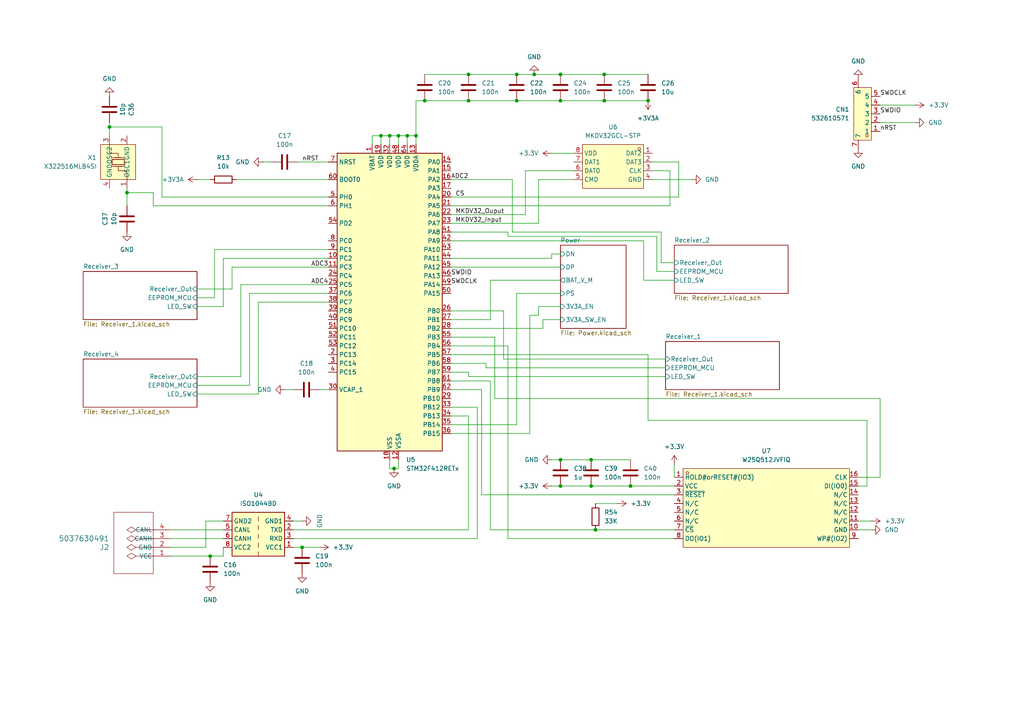
<source format=kicad_sch>
(kicad_sch (version 20231120) (generator "eeschema") (generator_version "8.0")
  (paper "A4")
  (lib_symbols
    (symbol "Device:C" (pin_numbers hide) (pin_names (offset 0.254))
      (property "Reference" "C" (at 0.635 2.54 0))
      (property "Value" "C" (at 0.635 -2.54 0))
      (symbol "C_0_1"
        (polyline (pts (xy -2.032 -0.762) (xy 2.032 -0.762)) (stroke (width 0.508)))
        (polyline (pts (xy -2.032 0.762) (xy 2.032 0.762)) (stroke (width 0.508)))
      )
      (symbol "C_1_1"
        (pin passive line (at 0 3.81 270) (length 2.794) (name "~") (number "1"))
        (pin passive line (at 0 -3.81 90) (length 2.794) (name "~") (number "2"))
      )
    )
    (symbol "Device:R" (pin_numbers hide) (pin_names (offset 0))
      (property "Reference" "R" (at 2.032 0 90))
      (property "Value" "R" (at 0 0 90))
      (symbol "R_0_1"
        (rectangle (start -1.016 -2.54) (end 1.016 2.54) (stroke (width 0.254)))
      )
      (symbol "R_1_1"
        (pin passive line (at 0 3.81 270) (length 1.27) (name "~") (number "1"))
        (pin passive line (at 0 -3.81 90) (length 1.27) (name "~") (number "2"))
      )
    )
    (symbol "Interface_CAN_LIN:ISO1044BD"
      (property "Reference" "U" (at -6.35 6.35 0))
      (property "Value" "ISO1044BD" (at 2.54 6.35 0))
      (symbol "ISO1044BD_0_1"
        (rectangle (start -7.62 5.08) (end 7.62 -7.62) (stroke (width 0.254)) (fill (type background)))
        (polyline (pts (xy 0 -5.08) (xy 0 -6.35)))
        (polyline (pts (xy 0 -2.54) (xy 0 -3.81)))
        (polyline (pts (xy 0 0) (xy 0 -1.27)))
        (polyline (pts (xy 0 2.54) (xy 0 1.27)))
        (polyline (pts (xy 0 5.08) (xy 0 3.81)))
      )
      (symbol "ISO1044BD_1_1"
        (pin power_in line (at -10.16 2.54 0) (length 2.54) (name "VCC1") (number "1"))
        (pin input line (at -10.16 -2.54 0) (length 2.54) (name "TXD") (number "2"))
        (pin output line (at -10.16 0 0) (length 2.54) (name "RXD") (number "3"))
        (pin power_in line (at -10.16 -5.08 0) (length 2.54) (name "GND1") (number "4"))
        (pin bidirectional line (at 10.16 -2.54 180) (length 2.54) (name "CANL") (number "5"))
        (pin bidirectional line (at 10.16 0 180) (length 2.54) (name "CANH") (number "6"))
        (pin power_in line (at 10.16 -5.08 180) (length 2.54) (name "GND2") (number "7"))
        (pin power_in line (at 10.16 2.54 180) (length 2.54) (name "VCC2") (number "8"))
      )
    )
    (symbol "MCU_ST_STM32F4:STM32F412RETx"
      (property "Reference" "U" (at -15.24 44.45 0))
      (property "Value" "STM32F412RETx" (at 10.16 44.45 0))
      (symbol "STM32F412RETx_0_1"
        (rectangle (start -15.24 -43.18) (end 15.24 43.18) (stroke (width 0.254)) (fill (type background)))
      )
      (symbol "STM32F412RETx_1_1"
        (pin power_in line (at -5.08 45.72 270) (length 2.54) (name "VBAT") (number "1"))
        (pin bidirectional line (at -17.78 12.7 0) (length 2.54) (name "PC2") (number "10"))
        (pin bidirectional line (at -17.78 10.16 0) (length 2.54) (name "PC3") (number "11"))
        (pin power_in line (at 2.54 -45.72 90) (length 2.54) (name "VSSA") (number "12"))
        (pin power_in line (at 7.62 45.72 270) (length 2.54) (name "VDDA") (number "13"))
        (pin bidirectional line (at 17.78 40.64 180) (length 2.54) (name "PA0") (number "14"))
        (pin bidirectional line (at 17.78 38.1 180) (length 2.54) (name "PA1") (number "15"))
        (pin bidirectional line (at 17.78 35.56 180) (length 2.54) (name "PA2") (number "16"))
        (pin bidirectional line (at 17.78 33.02 180) (length 2.54) (name "PA3") (number "17"))
        (pin power_in line (at 0 -45.72 90) (length 2.54) (name "VSS") (number "18"))
        (pin power_in line (at -2.54 45.72 270) (length 2.54) (name "VDD") (number "19"))
        (pin bidirectional line (at -17.78 -15.24 0) (length 2.54) (name "PC13") (number "2"))
        (pin bidirectional line (at 17.78 30.48 180) (length 2.54) (name "PA4") (number "20"))
        (pin bidirectional line (at 17.78 27.94 180) (length 2.54) (name "PA5") (number "21"))
        (pin bidirectional line (at 17.78 25.4 180) (length 2.54) (name "PA6") (number "22"))
        (pin bidirectional line (at 17.78 22.86 180) (length 2.54) (name "PA7") (number "23"))
        (pin bidirectional line (at -17.78 7.62 0) (length 2.54) (name "PC4") (number "24"))
        (pin bidirectional line (at -17.78 5.08 0) (length 2.54) (name "PC5") (number "25"))
        (pin bidirectional line (at 17.78 -2.54 180) (length 2.54) (name "PB0") (number "26"))
        (pin bidirectional line (at 17.78 -5.08 180) (length 2.54) (name "PB1") (number "27"))
        (pin bidirectional line (at 17.78 -7.62 180) (length 2.54) (name "PB2") (number "28"))
        (pin bidirectional line (at 17.78 -27.94 180) (length 2.54) (name "PB10") (number "29"))
        (pin bidirectional line (at -17.78 -17.78 0) (length 2.54) (name "PC14") (number "3"))
        (pin power_out line (at -17.78 -25.4 0) (length 2.54) (name "VCAP_1") (number "30"))
        (pin passive line (at 0 -45.72 90) (length 2.54) hide (name "VSS") (number "31"))
        (pin power_in line (at 0 45.72 270) (length 2.54) (name "VDD") (number "32"))
        (pin bidirectional line (at 17.78 -30.48 180) (length 2.54) (name "PB12") (number "33"))
        (pin bidirectional line (at 17.78 -33.02 180) (length 2.54) (name "PB13") (number "34"))
        (pin bidirectional line (at 17.78 -35.56 180) (length 2.54) (name "PB14") (number "35"))
        (pin bidirectional line (at 17.78 -38.1 180) (length 2.54) (name "PB15") (number "36"))
        (pin bidirectional line (at -17.78 2.54 0) (length 2.54) (name "PC6") (number "37"))
        (pin bidirectional line (at -17.78 0 0) (length 2.54) (name "PC7") (number "38"))
        (pin bidirectional line (at -17.78 -2.54 0) (length 2.54) (name "PC8") (number "39"))
        (pin bidirectional line (at -17.78 -20.32 0) (length 2.54) (name "PC15") (number "4"))
        (pin bidirectional line (at -17.78 -5.08 0) (length 2.54) (name "PC9") (number "40"))
        (pin bidirectional line (at 17.78 20.32 180) (length 2.54) (name "PA8") (number "41"))
        (pin bidirectional line (at 17.78 17.78 180) (length 2.54) (name "PA9") (number "42"))
        (pin bidirectional line (at 17.78 15.24 180) (length 2.54) (name "PA10") (number "43"))
        (pin bidirectional line (at 17.78 12.7 180) (length 2.54) (name "PA11") (number "44"))
        (pin bidirectional line (at 17.78 10.16 180) (length 2.54) (name "PA12") (number "45"))
        (pin bidirectional line (at 17.78 7.62 180) (length 2.54) (name "PA13") (number "46"))
        (pin passive line (at 0 -45.72 90) (length 2.54) hide (name "VSS") (number "47"))
        (pin power_in line (at 2.54 45.72 270) (length 2.54) (name "VDD") (number "48"))
        (pin bidirectional line (at 17.78 5.08 180) (length 2.54) (name "PA14") (number "49"))
        (pin bidirectional line (at -17.78 30.48 0) (length 2.54) (name "PH0") (number "5"))
        (pin bidirectional line (at 17.78 2.54 180) (length 2.54) (name "PA15") (number "50"))
        (pin bidirectional line (at -17.78 -7.62 0) (length 2.54) (name "PC10") (number "51"))
        (pin bidirectional line (at -17.78 -10.16 0) (length 2.54) (name "PC11") (number "52"))
        (pin bidirectional line (at -17.78 -12.7 0) (length 2.54) (name "PC12") (number "53"))
        (pin bidirectional line (at -17.78 22.86 0) (length 2.54) (name "PD2") (number "54"))
        (pin bidirectional line (at 17.78 -10.16 180) (length 2.54) (name "PB3") (number "55"))
        (pin bidirectional line (at 17.78 -12.7 180) (length 2.54) (name "PB4") (number "56"))
        (pin bidirectional line (at 17.78 -15.24 180) (length 2.54) (name "PB5") (number "57"))
        (pin bidirectional line (at 17.78 -17.78 180) (length 2.54) (name "PB6") (number "58"))
        (pin bidirectional line (at 17.78 -20.32 180) (length 2.54) (name "PB7") (number "59"))
        (pin bidirectional line (at -17.78 27.94 0) (length 2.54) (name "PH1") (number "6"))
        (pin input line (at -17.78 35.56 0) (length 2.54) (name "BOOT0") (number "60"))
        (pin bidirectional line (at 17.78 -22.86 180) (length 2.54) (name "PB8") (number "61"))
        (pin bidirectional line (at 17.78 -25.4 180) (length 2.54) (name "PB9") (number "62"))
        (pin passive line (at 0 -45.72 90) (length 2.54) hide (name "VSS") (number "63"))
        (pin power_in line (at 5.08 45.72 270) (length 2.54) (name "VDD") (number "64"))
        (pin input line (at -17.78 40.64 0) (length 2.54) (name "NRST") (number "7"))
        (pin bidirectional line (at -17.78 17.78 0) (length 2.54) (name "PC0") (number "8"))
        (pin bidirectional line (at -17.78 15.24 0) (length 2.54) (name "PC1") (number "9"))
      )
    )
    (symbol "Rocketry_Easyeda:532610571"
      (property "Reference" "CN" (at 0 15.24 0))
      (property "Value" "532610571" (at 0 -15.24 0))
      (symbol "532610571_0_1"
        (rectangle (start -1.27 7.62) (end 3.81 -7.62) (fill (type background)))
        (circle (center 0 6.35) (radius 0.38))
        (pin unspecified line (at -3.81 5.08 0) (length 2.54) (name "1") (number "1"))
        (pin unspecified line (at -3.81 2.54 0) (length 2.54) (name "2") (number "2"))
        (pin unspecified line (at -3.81 0 0) (length 2.54) (name "3") (number "3"))
        (pin unspecified line (at -3.81 -2.54 0) (length 2.54) (name "4") (number "4"))
        (pin unspecified line (at -3.81 -5.08 0) (length 2.54) (name "5") (number "5"))
        (pin unspecified line (at 2.54 -10.16 90) (length 2.54) (name "6") (number "6"))
        (pin unspecified line (at 2.54 10.16 270) (length 2.54) (name "7") (number "7"))
      )
    )
    (symbol "Rocketry_Easyeda:MKDV32GCL-STP"
      (property "Reference" "U" (at 0 8.89 0))
      (property "Value" "MKDV32GCL-STP" (at 0 -8.89 0))
      (symbol "MKDV32GCL-STP_0_1"
        (rectangle (start -8.89 6.35) (end 8.89 -6.35) (fill (type background)))
        (circle (center -7.62 5.08) (radius 0.38))
        (pin unspecified line (at -11.43 3.81 0) (length 2.54) (name "DAT2") (number "1"))
        (pin unspecified line (at -11.43 1.27 0) (length 2.54) (name "DAT3") (number "2"))
        (pin unspecified line (at -11.43 -1.27 0) (length 2.54) (name "CLK") (number "3"))
        (pin unspecified line (at -11.43 -3.81 0) (length 2.54) (name "GND") (number "4"))
        (pin unspecified line (at 11.43 -3.81 180) (length 2.54) (name "CMD") (number "5"))
        (pin unspecified line (at 11.43 -1.27 180) (length 2.54) (name "DAT0") (number "6"))
        (pin unspecified line (at 11.43 1.27 180) (length 2.54) (name "DAT1") (number "7"))
        (pin unspecified line (at 11.43 3.81 180) (length 2.54) (name "VDD") (number "8"))
      )
    )
    (symbol "Rocketry_Easyeda:W25Q512JVFIQ"
      (property "Reference" "U" (at 0 15.24 0))
      (property "Value" "W25Q512JVFIQ" (at 0 -12.7 0))
      (symbol "W25Q512JVFIQ_0_1"
        (rectangle (start -25.4 12.7) (end 22.86 -10.16) (fill (type background)))
        (circle (center -24.13 11.43) (radius 0.38))
        (pin unspecified line (at -27.94 10.16 0) (length 2.54) (name "HOLD#orRESET#(IO3)") (number "1"))
        (pin unspecified line (at 25.4 -5.08 180) (length 2.54) (name "GND") (number "10"))
        (pin unspecified line (at 25.4 -2.54 180) (length 2.54) (name "N/C") (number "11"))
        (pin unspecified line (at 25.4 0 180) (length 2.54) (name "N/C") (number "12"))
        (pin unspecified line (at 25.4 2.54 180) (length 2.54) (name "N/C") (number "13"))
        (pin unspecified line (at 25.4 5.08 180) (length 2.54) (name "N/C") (number "14"))
        (pin unspecified line (at 25.4 7.62 180) (length 2.54) (name "DI(IO0)") (number "15"))
        (pin unspecified line (at 25.4 10.16 180) (length 2.54) (name "CLK") (number "16"))
        (pin unspecified line (at -27.94 7.62 0) (length 2.54) (name "VCC") (number "2"))
        (pin unspecified line (at -27.94 5.08 0) (length 2.54) (name "~{RESET}") (number "3"))
        (pin unspecified line (at -27.94 2.54 0) (length 2.54) (name "N/C") (number "4"))
        (pin unspecified line (at -27.94 0 0) (length 2.54) (name "N/C") (number "5"))
        (pin unspecified line (at -27.94 -2.54 0) (length 2.54) (name "N/C") (number "6"))
        (pin unspecified line (at -27.94 -5.08 0) (length 2.54) (name "~{CS}") (number "7"))
        (pin unspecified line (at -27.94 -7.62 0) (length 2.54) (name "DO(IO1)") (number "8"))
        (pin unspecified line (at 25.4 -7.62 180) (length 2.54) (name "WP#(IO2)") (number "9"))
      )
    )
    (symbol "Rocketry_Easyeda:X322516MLB4SI"
      (property "Reference" "X" (at 0 7.62 0))
      (property "Value" "X322516MLB4SI" (at 0 -7.62 0))
      (symbol "X322516MLB4SI_0_1"
        (rectangle (start -5.08 5.08) (end 5.08 -5.08) (fill (type background)))
        (polyline (pts (xy -1.27 -1.78) (xy -1.27 1.78)))
        (polyline (pts (xy -1.27 -1.02) (xy -1.27 1.02)))
        (polyline (pts (xy 0.76 -1.78) (xy -0.76 -1.78)))
        (polyline (pts (xy 1.27 -1.78) (xy 1.27 1.78)))
        (polyline (pts (xy 1.27 -1.02) (xy 1.27 1.02)))
        (polyline (pts (xy -5.08 -2.54) (xy -2.54 -2.54) (xy -2.54 0) (xy -1.52 0)))
        (polyline (pts (xy -0.76 -1.78) (xy -0.76 1.78) (xy 0.76 1.78) (xy 0.76 -1.78)))
        (polyline (pts (xy 5.08 2.54) (xy 2.54 2.54) (xy 2.54 0) (xy 1.52 0)))
        (polyline (pts (xy 0.76 1.78) (xy 0.76 -1.78) (xy -0.76 -1.78) (xy -0.76 1.78) (xy 0.76 1.78)) (fill (type background)))
        (pin unspecified line (at -7.62 -2.54 0) (length 2.54) (name "OSC1") (number "1"))
        (pin unspecified line (at 7.62 -2.54 180) (length 2.54) (name "GND") (number "2"))
        (pin unspecified line (at 7.62 2.54 180) (length 2.54) (name "OSC2") (number "3"))
        (pin unspecified line (at -7.62 2.54 0) (length 2.54) (name "GND") (number "4"))
      )
    )
    (symbol "Rocketry_Manual:5037630491" (pin_names (offset 0.254))
      (property "Reference" "J" (at 8.89 6.35 0))
      (property "Value" "5037630491" (at -1.016 6.35 0))
      (symbol "5037630491_1_1"
        (polyline (pts (xy 5.08 -15.24) (xy 16.51 -15.24)) (stroke (width 0.127)))
        (polyline (pts (xy 5.08 2.54) (xy 5.08 -15.24)) (stroke (width 0.127)))
        (polyline (pts (xy 7.62 -10.16) (xy 5.08 -10.16)) (stroke (width 0.127)))
        (polyline (pts (xy 7.62 -7.62) (xy 5.08 -7.62)) (stroke (width 0.127)))
        (polyline (pts (xy 7.62 -5.08) (xy 5.08 -5.08)) (stroke (width 0.127)))
        (polyline (pts (xy 7.62 -2.54) (xy 5.08 -2.54)) (stroke (width 0.127)))
        (polyline (pts (xy 10.16 -10.16) (xy 5.08 -10.16)) (stroke (width 0.127)))
        (polyline (pts (xy 10.16 -10.16) (xy 11.43 -11.0067)) (stroke (width 0.127)))
        (polyline (pts (xy 10.16 -10.16) (xy 11.43 -9.3133)) (stroke (width 0.127)))
        (polyline (pts (xy 10.16 -7.62) (xy 5.08 -7.62)) (stroke (width 0.127)))
        (polyline (pts (xy 10.16 -7.62) (xy 11.43 -8.4667)) (stroke (width 0.127)))
        (polyline (pts (xy 10.16 -7.62) (xy 11.43 -6.7733)) (stroke (width 0.127)))
        (polyline (pts (xy 10.16 -5.08) (xy 5.08 -5.08)) (stroke (width 0.127)))
        (polyline (pts (xy 10.16 -5.08) (xy 11.43 -5.9267)) (stroke (width 0.127)))
        (polyline (pts (xy 10.16 -5.08) (xy 11.43 -4.2333)) (stroke (width 0.127)))
        (polyline (pts (xy 10.16 -2.54) (xy 5.08 -2.54)) (stroke (width 0.127)))
        (polyline (pts (xy 10.16 -2.54) (xy 11.43 -3.3867)) (stroke (width 0.127)))
        (polyline (pts (xy 10.16 -2.54) (xy 11.43 -1.6933)) (stroke (width 0.127)))
        (polyline (pts (xy 12.7 -10.16) (xy 11.43 -11.0067)) (stroke (width 0.127)))
        (polyline (pts (xy 12.7 -10.16) (xy 11.43 -9.3133)) (stroke (width 0.127)))
        (polyline (pts (xy 12.7 -7.62) (xy 11.43 -8.4667)) (stroke (width 0.127)))
        (polyline (pts (xy 12.7 -7.62) (xy 11.43 -6.7733)) (stroke (width 0.127)))
        (polyline (pts (xy 12.7 -5.08) (xy 11.43 -5.9267)) (stroke (width 0.127)))
        (polyline (pts (xy 12.7 -5.08) (xy 11.43 -4.2333)) (stroke (width 0.127)))
        (polyline (pts (xy 12.7 -2.54) (xy 11.43 -3.3867)) (stroke (width 0.127)))
        (polyline (pts (xy 12.7 -2.54) (xy 11.43 -1.6933)) (stroke (width 0.127)))
        (polyline (pts (xy 16.51 -15.24) (xy 16.51 2.54)) (stroke (width 0.127)))
        (polyline (pts (xy 16.51 2.54) (xy 5.08 2.54)) (stroke (width 0.127)))
        (pin input line (at 0 -2.54 0) (length 5.08) (name "VCC") (number "1"))
        (pin input line (at 0 -5.08 0) (length 5.08) (name "GND") (number "2"))
        (pin bidirectional line (at 0 -7.62 0) (length 5.08) (name "CANH") (number "3"))
        (pin bidirectional line (at 0 -10.16 0) (length 5.08) (name "CANL") (number "4"))
      )
    )
    (symbol "power:+3.3V" (power) (pin_numbers hide) (pin_names (offset 0) hide)
      (property "Value" "+3.3V" (at 0 3.556 0))
      (symbol "+3.3V_0_1"
        (polyline (pts (xy -0.762 1.27) (xy 0 2.54)))
        (polyline (pts (xy 0 0) (xy 0 2.54)))
        (polyline (pts (xy 0 2.54) (xy 0.762 1.27)))
      )
      (symbol "+3.3V_1_1"
        (pin power_in line (at 0 0 90) (length 0) (name "~") (number "1"))
      )
    )
    (symbol "power:GND" (power) (pin_numbers hide) (pin_names (offset 0) hide)
      (property "Value" "GND" (at 0 -3.81 0))
      (symbol "GND_0_1"
        (polyline (pts (xy 0 0) (xy 0 -1.27) (xy 1.27 -1.27) (xy 0 -2.54) (xy -1.27 -1.27) (xy 0 -1.27)))
      )
      (symbol "GND_1_1"
        (pin power_in line (at 0 0 270) (length 0) (name "~") (number "1"))
      )
    )
  )
  (junction (at 123.19 29.21))
  (junction (at 175.26 29.21))
  (junction (at 31.75 36.83))
  (junction (at 135.89 29.21))
  (junction (at 175.26 21.59))
  (junction (at 182.88 140.97))
  (junction (at 87.63 158.75))
  (junction (at 172.72 153.67))
  (junction (at 171.45 133.35))
  (junction (at 113.03 39.37))
  (junction (at 135.89 21.59))
  (junction (at 162.56 21.59))
  (junction (at 149.86 29.21))
  (junction (at 115.57 39.37))
  (junction (at 187.96 29.21))
  (junction (at 162.56 29.21))
  (junction (at 110.49 39.37))
  (junction (at 162.56 140.97))
  (junction (at 171.45 140.97))
  (junction (at 36.83 55.88))
  (junction (at 162.56 133.35))
  (junction (at 154.94 21.59))
  (junction (at 149.86 21.59))
  (junction (at 118.11 39.37))
  (junction (at 120.65 39.37))
  (junction (at 114.3 135.89))
  (junction (at 60.96 161.29))
  (wire (pts (xy 135.89 29.21) (xy 149.86 29.21)))
  (wire (pts (xy 142.24 153.67) (xy 142.24 110.49)))
  (wire (pts (xy 72.39 85.09) (xy 95.25 85.09)))
  (wire (pts (xy 130.81 102.87) (xy 187.96 102.87)))
  (wire (pts (xy 36.83 55.88) (xy 36.83 59.69)))
  (wire (pts (xy 171.45 140.97) (xy 182.88 140.97)))
  (wire (pts (xy 190.5 78.74) (xy 190.5 68.58)))
  (wire (pts (xy 160.02 73.66) (xy 160.02 74.93)))
  (wire (pts (xy 251.46 121.92) (xy 251.46 140.97)))
  (wire (pts (xy 195.58 81.28) (xy 186.69 81.28)))
  (wire (pts (xy 135.89 21.59) (xy 149.86 21.59)))
  (wire (pts (xy 36.83 54.61) (xy 36.83 55.88)))
  (wire (pts (xy 140.97 106.68) (xy 140.97 105.41)))
  (wire (pts (xy 110.49 39.37) (xy 113.03 39.37)))
  (wire (pts (xy 67.31 83.82) (xy 67.31 77.47)))
  (wire (pts (xy 162.56 140.97) (xy 171.45 140.97)))
  (wire (pts (xy 130.81 62.23) (xy 152.4 62.23)))
  (wire (pts (xy 62.23 86.36) (xy 62.23 72.39)))
  (wire (pts (xy 57.15 111.76) (xy 72.39 111.76)))
  (wire (pts (xy 139.7 143.51) (xy 139.7 113.03)))
  (wire (pts (xy 248.92 153.67) (xy 252.73 153.67)))
  (wire (pts (xy 130.81 92.71) (xy 142.24 92.71)))
  (wire (pts (xy 86.36 46.99) (xy 95.25 46.99)))
  (wire (pts (xy 175.26 21.59) (xy 187.96 21.59)))
  (wire (pts (xy 118.11 39.37) (xy 120.65 39.37)))
  (wire (pts (xy 113.03 133.35) (xy 113.03 135.89)))
  (wire (pts (xy 135.89 120.65) (xy 135.89 153.67)))
  (wire (pts (xy 68.58 52.07) (xy 95.25 52.07)))
  (wire (pts (xy 57.15 114.3) (xy 74.93 114.3)))
  (wire (pts (xy 138.43 156.21) (xy 85.09 156.21)))
  (wire (pts (xy 49.53 156.21) (xy 64.77 156.21)))
  (wire (pts (xy 130.81 95.25) (xy 157.48 95.25)))
  (wire (pts (xy 195.58 156.21) (xy 147.32 156.21)))
  (wire (pts (xy 154.94 21.59) (xy 162.56 21.59)))
  (wire (pts (xy 31.75 35.56) (xy 31.75 36.83)))
  (wire (pts (xy 157.48 95.25) (xy 157.48 92.71)))
  (wire (pts (xy 195.58 143.51) (xy 139.7 143.51)))
  (wire (pts (xy 148.59 52.07) (xy 130.81 52.07)))
  (wire (pts (xy 186.69 69.85) (xy 130.81 69.85)))
  (wire (pts (xy 69.85 109.22) (xy 69.85 82.55)))
  (wire (pts (xy 195.58 78.74) (xy 190.5 78.74)))
  (wire (pts (xy 44.45 55.88) (xy 44.45 59.69)))
  (wire (pts (xy 130.81 120.65) (xy 135.89 120.65)))
  (wire (pts (xy 148.59 67.31) (xy 148.59 52.07)))
  (wire (pts (xy 72.39 111.76) (xy 72.39 85.09)))
  (wire (pts (xy 135.89 109.22) (xy 193.04 109.22)))
  (wire (pts (xy 107.95 41.91) (xy 107.95 39.37)))
  (wire (pts (xy 60.96 161.29) (xy 64.77 161.29)))
  (wire (pts (xy 187.96 102.87) (xy 187.96 121.92)))
  (wire (pts (xy 187.96 121.92) (xy 251.46 121.92)))
  (wire (pts (xy 160.02 140.97) (xy 162.56 140.97)))
  (wire (pts (xy 147.32 156.21) (xy 147.32 100.33)))
  (wire (pts (xy 115.57 41.91) (xy 115.57 39.37)))
  (wire (pts (xy 115.57 135.89) (xy 114.3 135.89)))
  (wire (pts (xy 135.89 107.95) (xy 130.81 107.95)))
  (wire (pts (xy 113.03 41.91) (xy 113.03 39.37)))
  (wire (pts (xy 156.21 88.9) (xy 162.56 88.9)))
  (wire (pts (xy 130.81 64.77) (xy 156.21 64.77)))
  (wire (pts (xy 57.15 109.22) (xy 69.85 109.22)))
  (wire (pts (xy 194.31 49.53) (xy 189.23 49.53)))
  (wire (pts (xy 44.45 59.69) (xy 95.25 59.69)))
  (wire (pts (xy 193.04 106.68) (xy 140.97 106.68)))
  (wire (pts (xy 255.27 138.43) (xy 248.92 138.43)))
  (wire (pts (xy 139.7 113.03) (xy 130.81 113.03)))
  (wire (pts (xy 82.55 113.03) (xy 85.09 113.03)))
  (wire (pts (xy 146.05 90.17) (xy 130.81 90.17)))
  (wire (pts (xy 166.37 44.45) (xy 160.02 44.45)))
  (wire (pts (xy 255.27 35.56) (xy 265.43 35.56)))
  (wire (pts (xy 147.32 67.31) (xy 130.81 67.31)))
  (wire (pts (xy 46.99 36.83) (xy 31.75 36.83)))
  (wire (pts (xy 130.81 57.15) (xy 196.85 57.15)))
  (wire (pts (xy 157.48 92.71) (xy 162.56 92.71)))
  (wire (pts (xy 160.02 133.35) (xy 162.56 133.35)))
  (wire (pts (xy 57.15 88.9) (xy 64.77 88.9)))
  (wire (pts (xy 62.23 72.39) (xy 95.25 72.39)))
  (wire (pts (xy 194.31 59.69) (xy 130.81 59.69)))
  (wire (pts (xy 142.24 110.49) (xy 130.81 110.49)))
  (wire (pts (xy 200.66 52.07) (xy 189.23 52.07)))
  (wire (pts (xy 67.31 77.47) (xy 95.25 77.47)))
  (wire (pts (xy 76.2 46.99) (xy 78.74 46.99)))
  (wire (pts (xy 171.45 133.35) (xy 182.88 133.35)))
  (wire (pts (xy 87.63 158.75) (xy 92.71 158.75)))
  (wire (pts (xy 191.77 67.31) (xy 148.59 67.31)))
  (wire (pts (xy 149.86 123.19) (xy 130.81 123.19)))
  (wire (pts (xy 64.77 88.9) (xy 64.77 74.93)))
  (wire (pts (xy 130.81 118.11) (xy 138.43 118.11)))
  (wire (pts (xy 49.53 161.29) (xy 60.96 161.29)))
  (wire (pts (xy 172.72 146.05) (xy 179.07 146.05)))
  (wire (pts (xy 64.77 74.93) (xy 95.25 74.93)))
  (wire (pts (xy 46.99 57.15) (xy 95.25 57.15)))
  (wire (pts (xy 118.11 39.37) (xy 115.57 39.37)))
  (wire (pts (xy 160.02 73.66) (xy 162.56 73.66)))
  (wire (pts (xy 130.81 77.47) (xy 162.56 77.47)))
  (wire (pts (xy 156.21 91.44) (xy 153.67 91.44)))
  (wire (pts (xy 196.85 57.15) (xy 196.85 46.99)))
  (wire (pts (xy 153.67 91.44) (xy 153.67 125.73)))
  (wire (pts (xy 138.43 118.11) (xy 138.43 156.21)))
  (wire (pts (xy 31.75 36.83) (xy 31.75 39.37)))
  (wire (pts (xy 175.26 29.21) (xy 187.96 29.21)))
  (wire (pts (xy 255.27 138.43) (xy 255.27 115.57)))
  (wire (pts (xy 118.11 41.91) (xy 118.11 39.37)))
  (wire (pts (xy 135.89 153.67) (xy 85.09 153.67)))
  (wire (pts (xy 142.24 81.28) (xy 162.56 81.28)))
  (wire (pts (xy 149.86 85.09) (xy 149.86 123.19)))
  (wire (pts (xy 57.15 86.36) (xy 62.23 86.36)))
  (wire (pts (xy 74.93 87.63) (xy 95.25 87.63)))
  (wire (pts (xy 57.15 83.82) (xy 67.31 83.82)))
  (wire (pts (xy 190.5 68.58) (xy 147.32 68.58)))
  (wire (pts (xy 123.19 21.59) (xy 135.89 21.59)))
  (wire (pts (xy 195.58 153.67) (xy 172.72 153.67)))
  (wire (pts (xy 189.23 46.99) (xy 196.85 46.99)))
  (wire (pts (xy 115.57 133.35) (xy 115.57 135.89)))
  (wire (pts (xy 113.03 39.37) (xy 115.57 39.37)))
  (wire (pts (xy 49.53 158.75) (xy 59.69 158.75)))
  (wire (pts (xy 191.77 76.2) (xy 191.77 67.31)))
  (wire (pts (xy 140.97 105.41) (xy 130.81 105.41)))
  (wire (pts (xy 166.37 52.07) (xy 156.21 52.07)))
  (wire (pts (xy 49.53 153.67) (xy 64.77 153.67)))
  (wire (pts (xy 59.69 151.13) (xy 64.77 151.13)))
  (wire (pts (xy 85.09 151.13) (xy 87.63 151.13)))
  (wire (pts (xy 146.05 104.14) (xy 193.04 104.14)))
  (wire (pts (xy 162.56 21.59) (xy 175.26 21.59)))
  (wire (pts (xy 120.65 39.37) (xy 120.65 41.91)))
  (wire (pts (xy 120.65 29.21) (xy 123.19 29.21)))
  (wire (pts (xy 156.21 91.44) (xy 156.21 88.9)))
  (wire (pts (xy 64.77 161.29) (xy 64.77 158.75)))
  (wire (pts (xy 186.69 81.28) (xy 186.69 69.85)))
  (wire (pts (xy 147.32 100.33) (xy 130.81 100.33)))
  (wire (pts (xy 44.45 55.88) (xy 36.83 55.88)))
  (wire (pts (xy 120.65 29.21) (xy 120.65 39.37)))
  (wire (pts (xy 194.31 49.53) (xy 194.31 59.69)))
  (wire (pts (xy 251.46 140.97) (xy 248.92 140.97)))
  (wire (pts (xy 152.4 62.23) (xy 152.4 49.53)))
  (wire (pts (xy 149.86 21.59) (xy 154.94 21.59)))
  (wire (pts (xy 69.85 82.55) (xy 95.25 82.55)))
  (wire (pts (xy 255.27 115.57) (xy 143.51 115.57)))
  (wire (pts (xy 195.58 76.2) (xy 191.77 76.2)))
  (wire (pts (xy 152.4 49.53) (xy 166.37 49.53)))
  (wire (pts (xy 172.72 153.67) (xy 142.24 153.67)))
  (wire (pts (xy 57.15 52.07) (xy 60.96 52.07)))
  (wire (pts (xy 110.49 41.91) (xy 110.49 39.37)))
  (wire (pts (xy 123.19 29.21) (xy 135.89 29.21)))
  (wire (pts (xy 143.51 97.79) (xy 130.81 97.79)))
  (wire (pts (xy 59.69 158.75) (xy 59.69 151.13)))
  (wire (pts (xy 113.03 135.89) (xy 114.3 135.89)))
  (wire (pts (xy 85.09 158.75) (xy 87.63 158.75)))
  (wire (pts (xy 182.88 140.97) (xy 195.58 140.97)))
  (wire (pts (xy 248.92 151.13) (xy 252.73 151.13)))
  (wire (pts (xy 156.21 64.77) (xy 156.21 52.07)))
  (wire (pts (xy 160.02 74.93) (xy 130.81 74.93)))
  (wire (pts (xy 149.86 85.09) (xy 162.56 85.09)))
  (wire (pts (xy 149.86 29.21) (xy 162.56 29.21)))
  (wire (pts (xy 146.05 90.17) (xy 146.05 104.14)))
  (wire (pts (xy 143.51 115.57) (xy 143.51 97.79)))
  (wire (pts (xy 162.56 133.35) (xy 171.45 133.35)))
  (wire (pts (xy 153.67 125.73) (xy 130.81 125.73)))
  (wire (pts (xy 195.58 134.62) (xy 195.58 138.43)))
  (wire (pts (xy 147.32 68.58) (xy 147.32 67.31)))
  (wire (pts (xy 107.95 39.37) (xy 110.49 39.37)))
  (wire (pts (xy 142.24 92.71) (xy 142.24 81.28)))
  (wire (pts (xy 265.43 30.48) (xy 255.27 30.48)))
  (wire (pts (xy 74.93 114.3) (xy 74.93 87.63)))
  (wire (pts (xy 46.99 36.83) (xy 46.99 57.15)))
  (wire (pts (xy 162.56 29.21) (xy 175.26 29.21)))
  (wire (pts (xy 92.71 113.03) (xy 95.25 113.03)))
  (wire (pts (xy 135.89 109.22) (xy 135.89 107.95)))
  (label "ADC2" (at 130.81 52.07 0))
  (label "CS" (at 132.08 57.15 0))
  (label "ADC4" (at 95.25 82.55 180))
  (label "nRST" (at 255.27 38.1 0))
  (label "MKDV32_Input" (at 132.08 64.77 0))
  (label "nRST" (at 87.63 46.99 0))
  (label "MKDV32_Ouput" (at 132.08 62.23 0))
  (label "ADC3" (at 95.25 77.47 180))
  (label "SWDIO" (at 255.27 33.02 0))
  (label "SWDIO" (at 130.81 80.01 0))
  (label "SWDCLK" (at 255.27 27.94 0))
  (label "SWDCLK" (at 130.81 82.55 0))
  (symbol (lib_id "Rocketry_Manual:5037630491") (at 49.53 163.83 180) (unit 1)
    (property "Reference" "J2" (at 31.75 158.7501 0) (effects (font (size 1.524 1.524)) (justify left)))
    (property "Value" "5037630491" (at 31.75 156.2101 0) (effects (font (size 1.524 1.524)) (justify left)))
    (property "Footprint" "CON_5037630491" (effects (hide yes)))
    (property "Datasheet" "5037630491" (effects (hide yes)))
  )
  (symbol (lib_id "power:+3.3V") (at 160.02 44.45 90) (mirror x) (unit 1)
    (property "Reference" "#PWR056" (effects (hide yes)))
    (property "Value" "+3.3V" (at 156.21 44.4499 90) (effects (justify left)))
    (property "Description" "Power symbol creates a global label with name \"+3.3V\"" (effects (hide yes)))
  )
  (symbol (lib_id "power:+3.3V") (at 195.58 134.62 0) (unit 1)
    (property "Reference" "#PWR0126" (effects (hide yes)))
    (property "Value" "+3.3V" (at 195.58 129.54 0))
    (property "Description" "Power symbol creates a global label with name \"+3.3V\"" (effects (hide yes)))
  )
  (symbol (lib_id "power:GND") (at 248.92 43.18 0) (unit 1)
    (property "Reference" "#PWR044" (effects (hide yes)))
    (property "Value" "GND" (at 248.92 48.26 0))
    (property "Description" "Power symbol creates a global label with name \"GND\" , ground" (effects (hide yes)))
  )
  (symbol (lib_id "Rocketry_Easyeda:W25Q512JVFIQ") (at 223.52 148.59 0) (unit 1)
    (property "Reference" "U7" (at 222.25 130.81 0))
    (property "Value" "W25Q512JVFIQ" (at 222.25 133.35 0))
    (property "Footprint" "Rocketry_Easyeda:SOIC-16_L10.3-W7.5-P1.27-LS10.4-BL" (effects (hide yes)))
    (property "LCSC Part" "C2962011" (effects (hide yes)))
  )
  (symbol (lib_id "Device:C") (at 135.89 25.4 0) (unit 1)
    (property "Reference" "C21" (at 139.7 24.1299 0) (effects (justify left)))
    (property "Value" "100n" (at 139.7 26.6699 0) (effects (justify left)))
    (property "Footprint" "Capacitor_SMD:C_0402_1005Metric" (effects (hide yes)))
    (property "Description" "Unpolarized capacitor" (effects (hide yes)))
  )
  (symbol (lib_id "power:GND") (at 160.02 133.35 270) (unit 1)
    (property "Reference" "#PWR0124" (effects (hide yes)))
    (property "Value" "GND" (at 156.21 133.3499 90) (effects (justify right)))
    (property "Description" "Power symbol creates a global label with name \"GND\" , ground" (effects (hide yes)))
  )
  (symbol (lib_id "power:GND") (at 154.94 21.59 180) (unit 1)
    (property "Reference" "#PWR055" (effects (hide yes)))
    (property "Value" "GND" (at 154.94 16.51 0))
    (property "Description" "Power symbol creates a global label with name \"GND\" , ground" (effects (hide yes)))
  )
  (symbol (lib_id "Device:C") (at 162.56 25.4 0) (unit 1)
    (property "Reference" "C24" (at 166.37 24.1299 0) (effects (justify left)))
    (property "Value" "100n" (at 166.37 26.6699 0) (effects (justify left)))
    (property "Footprint" "Capacitor_SMD:C_0402_1005Metric" (effects (hide yes)))
    (property "Description" "Unpolarized capacitor" (effects (hide yes)))
  )
  (symbol (lib_id "power:GND") (at 76.2 46.99 270) (unit 1)
    (property "Reference" "#PWR048" (effects (hide yes)))
    (property "Value" "GND" (at 72.39 46.9899 90) (effects (justify right)))
    (property "Description" "Power symbol creates a global label with name \"GND\" , ground" (effects (hide yes)))
  )
  (symbol (lib_id "Device:C") (at 60.96 165.1 0) (unit 1)
    (property "Reference" "C16" (at 64.77 163.8299 0) (effects (justify left)))
    (property "Value" "100n" (at 64.77 166.3699 0) (effects (justify left)))
    (property "Footprint" "Capacitor_SMD:C_0402_1005Metric" (effects (hide yes)))
    (property "Description" "Unpolarized capacitor" (effects (hide yes)))
  )
  (symbol (lib_id "Device:C") (at 82.55 46.99 90) (unit 1)
    (property "Reference" "C17" (at 82.55 39.37 90))
    (property "Value" "100n" (at 82.55 41.91 90))
    (property "Footprint" "Capacitor_SMD:C_0402_1005Metric" (effects (hide yes)))
    (property "Description" "Unpolarized capacitor" (effects (hide yes)))
  )
  (symbol (lib_id "Device:R") (at 64.77 52.07 90) (unit 1)
    (property "Reference" "R13" (at 64.77 45.72 90))
    (property "Value" "10k" (at 64.77 48.26 90))
    (property "Footprint" "Resistor_SMD:R_0402_1005Metric" (effects (hide yes)))
    (property "Description" "Resistor" (effects (hide yes)))
  )
  (symbol (lib_id "power:GND") (at 36.83 67.31 0) (unit 1)
    (property "Reference" "#PWR0121" (effects (hide yes)))
    (property "Value" "GND" (at 36.83 72.39 0))
    (property "Description" "Power symbol creates a global label with name \"GND\" , ground" (effects (hide yes)))
  )
  (symbol (lib_id "power:GND") (at 114.3 135.89 0) (mirror y) (unit 1)
    (property "Reference" "#PWR053" (effects (hide yes)))
    (property "Value" "GND" (at 114.3 140.97 0))
    (property "Description" "Power symbol creates a global label with name \"GND\" , ground" (effects (hide yes)))
  )
  (symbol (lib_id "power:GND") (at 87.63 151.13 90) (mirror x) (unit 1)
    (property "Reference" "#PWR050" (effects (hide yes)))
    (property "Value" "GND" (at 92.71 151.13 0))
    (property "Description" "Power symbol creates a global label with name \"GND\" , ground" (effects (hide yes)))
  )
  (symbol (lib_id "power:+3.3V") (at 92.71 158.75 270) (unit 1)
    (property "Reference" "#PWR052" (effects (hide yes)))
    (property "Value" "+3.3V" (at 96.52 158.7499 90) (effects (justify left)))
    (property "Description" "Power symbol creates a global label with name \"+3.3V\"" (effects (hide yes)))
  )
  (symbol (lib_id "Rocketry_Easyeda:X322516MLB4SI") (at 34.29 46.99 90) (unit 1)
    (property "Reference" "X1" (at 25.4 45.72 90) (effects (justify right)))
    (property "Value" "X322516MLB4SI" (at 12.7 48.26 90) (effects (justify right)))
    (property "Footprint" "Rocketry_Easyeda:OSC-SMD_4P-L3.2-W2.5-BL" (effects (hide yes)))
    (property "Datasheet" "https://lcsc.com/product-detail/SMD-Crystals_YSX321SL-16MHZ-9PF-10PPM-40-85_C13738.html" (effects (hide yes)))
    (property "LCSC Part" "C13738" (effects (hide yes)))
  )
  (symbol (lib_id "Device:C") (at 171.45 137.16 0) (unit 1)
    (property "Reference" "C39" (at 175.26 135.89 0) (effects (justify left)))
    (property "Value" "100n" (at 175.26 138.43 0) (effects (justify left)))
    (property "Footprint" "Capacitor_SMD:C_0402_1005Metric" (effects (hide yes)))
    (property "Description" "Unpolarized capacitor" (effects (hide yes)))
  )
  (symbol (lib_id "Device:R") (at 172.72 149.86 180) (unit 1)
    (property "Reference" "R54" (at 175.26 148.5899 0) (effects (justify right)))
    (property "Value" "33K" (at 175.26 151.1299 0) (effects (justify right)))
    (property "Footprint" "Resistor_SMD:R_0402_1005Metric" (effects (hide yes)))
    (property "Description" "Resistor" (effects (hide yes)))
  )
  (symbol (lib_id "Interface_CAN_LIN:ISO1044BD") (at 74.93 156.21 180) (unit 1)
    (property "Reference" "U4" (at 74.93 143.51 0))
    (property "Value" "ISO1044BD" (at 74.93 146.05 0))
    (property "Footprint" "Package_SO:SOIC-8_3.9x4.9mm_P1.27mm" (effects (hide yes)))
    (property "Datasheet" "https://www.ti.com/lit/ds/symlink/iso1044.pdf" (effects (hide yes)))
    (property "Description" "Isolated CAN FD Transceiver, SOIC-8" (effects (hide yes)))
  )
  (symbol (lib_id "Device:C") (at 162.56 137.16 0) (unit 1)
    (property "Reference" "C38" (at 166.37 135.89 0) (effects (justify left)))
    (property "Value" "1u" (at 166.37 138.43 0) (effects (justify left)))
    (property "Footprint" "Capacitor_SMD:C_0402_1005Metric" (effects (hide yes)))
    (property "Description" "Unpolarized capacitor" (effects (hide yes)))
  )
  (symbol (lib_id "Rocketry_Easyeda:532610571") (at 251.46 33.02 180) (unit 1)
    (property "Reference" "CN1" (at 246.38 31.7499 0) (effects (justify left)))
    (property "Value" "532610571" (at 246.38 34.2899 0) (effects (justify left)))
    (property "Footprint" "Rocketry_Easyeda:CONN-SMD_5P-P1.25_532610571-2" (effects (hide yes)))
    (property "Datasheet" "https://lcsc.com/product-detail/Wire-To-Board-Wire-To-Wire-Connector_MOLEX-532610571_C392176.html" (effects (hide yes)))
    (property "LCSC Part" "C392176" (effects (hide yes)))
  )
  (symbol (lib_id "power:GND") (at 60.96 168.91 0) (mirror y) (unit 1)
    (property "Reference" "#PWR047" (effects (hide yes)))
    (property "Value" "GND" (at 60.96 173.99 0))
    (property "Description" "Power symbol creates a global label with name \"GND\" , ground" (effects (hide yes)))
  )
  (symbol (lib_id "power:+3.3V") (at 187.96 29.21 180) (unit 1)
    (property "Reference" "#PWR060" (effects (hide yes)))
    (property "Value" "+3V3A" (at 187.96 34.29 0))
    (property "Description" "Power symbol creates a global label with name \"+3.3V\"" (effects (hide yes)))
  )
  (symbol (lib_id "power:+3.3V") (at 179.07 146.05 270) (unit 1)
    (property "Reference" "#PWR0127" (effects (hide yes)))
    (property "Value" "+3.3V" (at 182.88 146.0499 90) (effects (justify left)))
    (property "Description" "Power symbol creates a global label with name \"+3.3V\"" (effects (hide yes)))
  )
  (symbol (lib_id "Device:C") (at 175.26 25.4 0) (unit 1)
    (property "Reference" "C25" (at 179.07 24.1299 0) (effects (justify left)))
    (property "Value" "100n" (at 179.07 26.6699 0) (effects (justify left)))
    (property "Footprint" "Capacitor_SMD:C_0402_1005Metric" (effects (hide yes)))
    (property "Description" "Unpolarized capacitor" (effects (hide yes)))
  )
  (symbol (lib_id "power:GND") (at 82.55 113.03 270) (unit 1)
    (property "Reference" "#PWR049" (effects (hide yes)))
    (property "Value" "GND" (at 78.74 113.0299 90) (effects (justify right)))
    (property "Description" "Power symbol creates a global label with name \"GND\" , ground" (effects (hide yes)))
  )
  (symbol (lib_id "power:+3.3V") (at 265.43 30.48 270) (unit 1)
    (property "Reference" "#PWR045" (effects (hide yes)))
    (property "Value" "+3.3V" (at 269.24 30.4799 90) (effects (justify left)))
    (property "Description" "Power symbol creates a global label with name \"+3.3V\"" (effects (hide yes)))
  )
  (symbol (lib_id "power:GND") (at 31.75 27.94 180) (unit 1)
    (property "Reference" "#PWR0120" (effects (hide yes)))
    (property "Value" "GND" (at 31.75 22.86 0))
    (property "Description" "Power symbol creates a global label with name \"GND\" , ground" (effects (hide yes)))
  )
  (symbol (lib_id "power:GND") (at 252.73 153.67 90) (unit 1)
    (property "Reference" "#PWR0122" (effects (hide yes)))
    (property "Value" "GND" (at 256.54 153.6699 90) (effects (justify right)))
    (property "Description" "Power symbol creates a global label with name \"GND\" , ground" (effects (hide yes)))
  )
  (symbol (lib_id "Device:C") (at 149.86 25.4 0) (unit 1)
    (property "Reference" "C22" (at 153.67 24.1299 0) (effects (justify left)))
    (property "Value" "100n" (at 153.67 26.6699 0) (effects (justify left)))
    (property "Footprint" "Capacitor_SMD:C_0402_1005Metric" (effects (hide yes)))
    (property "Description" "Unpolarized capacitor" (effects (hide yes)))
  )
  (symbol (lib_id "power:GND") (at 248.92 22.86 180) (unit 1)
    (property "Reference" "#PWR043" (effects (hide yes)))
    (property "Value" "GND" (at 248.92 17.78 0))
    (property "Description" "Power symbol creates a global label with name \"GND\" , ground" (effects (hide yes)))
  )
  (symbol (lib_id "Device:C") (at 36.83 63.5 180) (unit 1)
    (property "Reference" "C37" (at 30.48 63.5 90))
    (property "Value" "10p" (at 33.02 63.5 90))
    (property "Footprint" "Capacitor_SMD:C_0603_1608Metric_Pad1.08x0.95mm_HandSolder" (effects (hide yes)))
    (property "Description" "Unpolarized capacitor" (effects (hide yes)))
  )
  (symbol (lib_id "power:+3.3V") (at 57.15 52.07 90) (unit 1)
    (property "Reference" "#PWR042" (effects (hide yes)))
    (property "Value" "+3V3A" (at 53.34 52.0699 90) (effects (justify left)))
    (property "Description" "Power symbol creates a global label with name \"+3.3V\"" (effects (hide yes)))
  )
  (symbol (lib_id "power:GND") (at 87.63 166.37 0) (mirror y) (unit 1)
    (property "Reference" "#PWR051" (effects (hide yes)))
    (property "Value" "GND" (at 87.63 171.45 0))
    (property "Description" "Power symbol creates a global label with name \"GND\" , ground" (effects (hide yes)))
  )
  (symbol (lib_id "Device:C") (at 123.19 25.4 0) (unit 1)
    (property "Reference" "C20" (at 127 24.1299 0) (effects (justify left)))
    (property "Value" "100n" (at 127 26.6699 0) (effects (justify left)))
    (property "Footprint" "Capacitor_SMD:C_0402_1005Metric" (effects (hide yes)))
    (property "Description" "Unpolarized capacitor" (effects (hide yes)))
  )
  (symbol (lib_id "Device:C") (at 87.63 162.56 180) (unit 1)
    (property "Reference" "C19" (at 91.44 161.2899 0) (effects (justify right)))
    (property "Value" "100n" (at 91.44 163.8299 0) (effects (justify right)))
    (property "Footprint" "Capacitor_SMD:C_0402_1005Metric" (effects (hide yes)))
    (property "Description" "Unpolarized capacitor" (effects (hide yes)))
  )
  (symbol (lib_id "Device:C") (at 88.9 113.03 90) (unit 1)
    (property "Reference" "C18" (at 88.9 105.41 90))
    (property "Value" "100n" (at 88.9 107.95 90))
    (property "Footprint" "Capacitor_SMD:C_0402_1005Metric" (effects (hide yes)))
    (property "Description" "Unpolarized capacitor" (effects (hide yes)))
  )
  (symbol (lib_id "power:+3.3V") (at 252.73 151.13 270) (mirror x) (unit 1)
    (property "Reference" "#PWR0123" (effects (hide yes)))
    (property "Value" "+3.3V" (at 256.54 151.1299 90) (effects (justify left)))
    (property "Description" "Power symbol creates a global label with name \"+3.3V\"" (effects (hide yes)))
  )
  (symbol (lib_id "Device:C") (at 31.75 31.75 0) (unit 1)
    (property "Reference" "C36" (at 38.1 31.75 90))
    (property "Value" "10p" (at 35.56 31.75 90))
    (property "Footprint" "Capacitor_SMD:C_0603_1608Metric_Pad1.08x0.95mm_HandSolder" (effects (hide yes)))
    (property "Description" "Unpolarized capacitor" (effects (hide yes)))
  )
  (symbol (lib_id "Device:C") (at 187.96 25.4 0) (unit 1)
    (property "Reference" "C26" (at 191.77 24.1299 0) (effects (justify left)))
    (property "Value" "10u" (at 191.77 26.6699 0) (effects (justify left)))
    (property "Footprint" "Capacitor_SMD:C_0603_1608Metric" (effects (hide yes)))
    (property "Description" "Unpolarized capacitor" (effects (hide yes)))
  )
  (symbol (lib_id "Device:C") (at 182.88 137.16 0) (unit 1)
    (property "Reference" "C40" (at 186.69 135.89 0) (effects (justify left)))
    (property "Value" "100n" (at 186.69 138.43 0) (effects (justify left)))
    (property "Footprint" "Capacitor_SMD:C_0402_1005Metric" (effects (hide yes)))
    (property "Description" "Unpolarized capacitor" (effects (hide yes)))
  )
  (symbol (lib_id "power:GND") (at 200.66 52.07 90) (mirror x) (unit 1)
    (property "Reference" "#PWR063" (effects (hide yes)))
    (property "Value" "GND" (at 204.47 52.0699 90) (effects (justify right)))
    (property "Description" "Power symbol creates a global label with name \"GND\" , ground" (effects (hide yes)))
  )
  (symbol (lib_id "power:GND") (at 265.43 35.56 90) (unit 1)
    (property "Reference" "#PWR046" (effects (hide yes)))
    (property "Value" "GND" (at 269.24 35.5599 90) (effects (justify right)))
    (property "Description" "Power symbol creates a global label with name \"GND\" , ground" (effects (hide yes)))
  )
  (symbol (lib_id "MCU_ST_STM32F4:STM32F412RETx") (at 113.03 87.63 0) (unit 1)
    (property "Reference" "U5" (at 117.7641 133.35 0) (effects (justify left)))
    (property "Value" "STM32F412RETx" (at 117.7641 135.89 0) (effects (justify left)))
    (property "Footprint" "Package_QFP:LQFP-64_10x10mm_P0.5mm" (effects (hide yes)))
    (property "Datasheet" "https://www.st.com/resource/en/datasheet/stm32f412re.pdf" (effects (hide yes)))
    (property "Description" "STMicroelectronics Arm Cortex-M4 MCU, 512KB flash, 256KB RAM, 100 MHz, 1.7-3.6V, 50 GPIO, LQFP64" (effects (hide yes)))
  )
  (symbol (lib_id "power:+3.3V") (at 160.02 140.97 90) (unit 1)
    (property "Reference" "#PWR0125" (effects (hide yes)))
    (property "Value" "+3.3V" (at 156.21 140.9699 90) (effects (justify left)))
    (property "Description" "Power symbol creates a global label with name \"+3.3V\"" (effects (hide yes)))
  )
  (symbol (lib_id "Rocketry_Easyeda:MKDV32GCL-STP") (at 177.8 48.26 0) (mirror y) (unit 1)
    (property "Reference" "U6" (at 177.8 36.83 0))
    (property "Value" "MKDV32GCL-STP" (at 177.8 39.37 0))
    (property "Footprint" "Rocketry_Easyeda:LGA-8_L6.0-W8.0-P1.27-TL" (effects (hide yes)))
    (property "LCSC Part" "C7500179" (effects (hide yes)))
  )
  (sheet (at 193.04 99.06) (size 33.02 13.97) (stroke (width 0.1524))
    (property "Sheetname" "Receiver_1" (at 193.04 98.3484 0) (effects (justify left bottom)))
    (property "Sheetfile" "Receiver_1.kicad_sch" (at 193.04 113.6146 0) (effects (justify left top)))
    (pin "Receiver_Out" input (at 193.04 104.14 180))
    (pin "EEPROM_MCU" input (at 193.04 106.68 180))
    (pin "LED_SW" input (at 193.04 109.22 180))
  )
  (sheet (at 162.56 71.12) (size 19.05 24.13) (stroke (width 0.1524))
    (property "Sheetname" "Power" (at 162.56 70.4084 0) (effects (justify left bottom)))
    (property "Sheetfile" "Power.kicad_sch" (at 162.56 95.8346 0) (effects (justify left top)))
    (pin "3V3A_SW_EN" input (at 162.56 92.71 180))
    (pin "3V3A_EN" input (at 162.56 88.9 180))
    (pin "PS" input (at 162.56 85.09 180))
    (pin "DP" input (at 162.56 77.47 180))
    (pin "DN" input (at 162.56 73.66 180))
    (pin "BAT_V_M" output (at 162.56 81.28 180))
  )
  (sheet (at 195.58 71.12) (size 33.02 13.97) (stroke (width 0.1524))
    (property "Sheetname" "Receiver_2" (at 195.58 70.4084 0) (effects (justify left bottom)))
    (property "Sheetfile" "Receiver_1.kicad_sch" (at 195.58 85.6746 0) (effects (justify left top)))
    (pin "Receiver_Out" input (at 195.58 76.2 180))
    (pin "EEPROM_MCU" input (at 195.58 78.74 180))
    (pin "LED_SW" input (at 195.58 81.28 180))
  )
  (sheet (at 24.13 104.14) (size 33.02 13.97) (stroke (width 0.1524))
    (property "Sheetname" "Receiver_4" (at 24.13 103.4284 0) (effects (justify left bottom)))
    (property "Sheetfile" "Receiver_1.kicad_sch" (at 24.13 118.6946 0) (effects (justify left top)))
    (pin "Receiver_Out" input (at 57.15 109.22 0))
    (pin "EEPROM_MCU" input (at 57.15 111.76 0))
    (pin "LED_SW" input (at 57.15 114.3 0))
  )
  (sheet (at 24.13 78.74) (size 33.02 13.97) (stroke (width 0.1524))
    (property "Sheetname" "Receiver_3" (at 24.13 78.0284 0) (effects (justify left bottom)))
    (property "Sheetfile" "Receiver_1.kicad_sch" (at 24.13 93.2946 0) (effects (justify left top)))
    (pin "Receiver_Out" input (at 57.15 83.82 0))
    (pin "EEPROM_MCU" input (at 57.15 86.36 0))
    (pin "LED_SW" input (at 57.15 88.9 0))
  )
)
</source>
